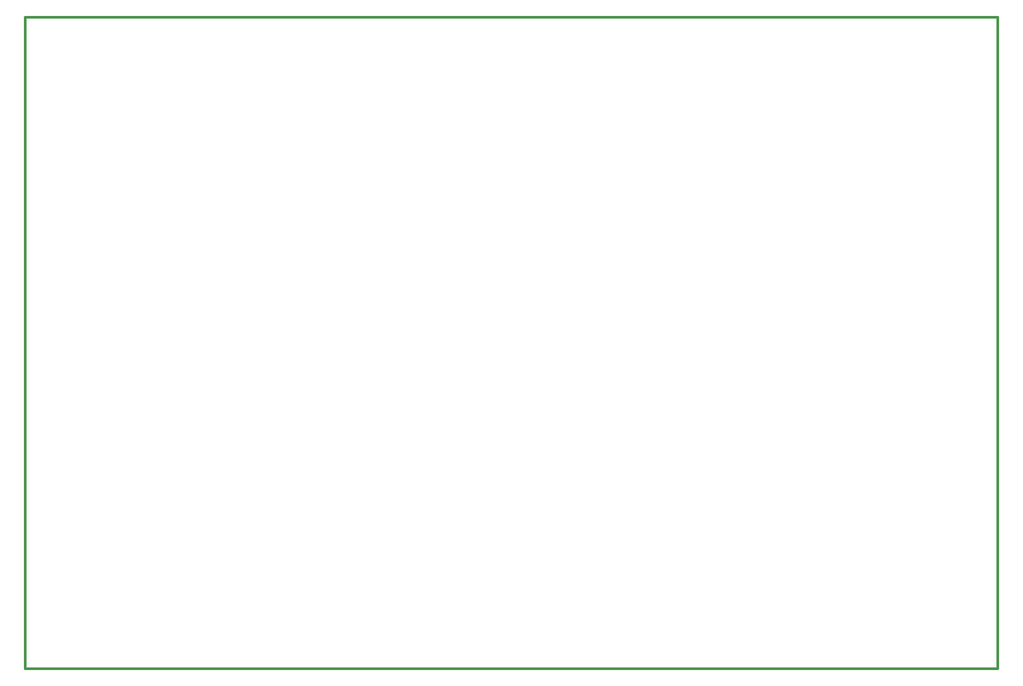
<source format=gko>
G04 Layer: BoardOutlineLayer*
G04 EasyEDA v6.5.5, 2022-05-16 22:10:27*
G04 b8c07eb695134d75bee5dc6a5e37684e,a4ea12fd96744f7d9b8618c9b4952ea7,10*
G04 Gerber Generator version 0.2*
G04 Scale: 100 percent, Rotated: No, Reflected: No *
G04 Dimensions in millimeters *
G04 leading zeros omitted , absolute positions ,4 integer and 5 decimal *
%FSLAX45Y45*%
%MOMM*%

%ADD10C,0.3000*%
D10*
X-4341898Y6203899D02*
G01*
X8058099Y6203899D01*
X8058099Y-2096099D01*
X-4341898Y-2096099D01*
X-4341898Y6203899D01*

%LPD*%
M02*

</source>
